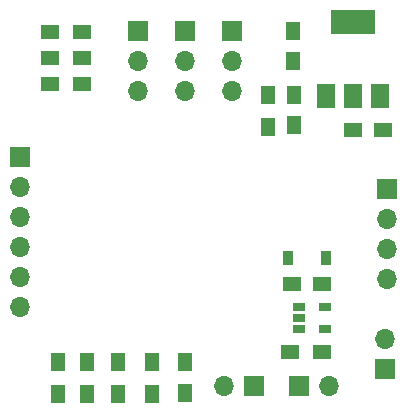
<source format=gbr>
G04 #@! TF.FileFunction,Soldermask,Bot*
%FSLAX46Y46*%
G04 Gerber Fmt 4.6, Leading zero omitted, Abs format (unit mm)*
G04 Created by KiCad (PCBNEW 4.0.7) date Tuesday, 24 April 2018 'PMt' 13:45:20*
%MOMM*%
%LPD*%
G01*
G04 APERTURE LIST*
%ADD10C,0.100000*%
%ADD11R,1.500000X1.300000*%
%ADD12R,1.250000X1.500000*%
%ADD13R,1.500000X1.250000*%
%ADD14R,0.910000X1.220000*%
%ADD15R,1.700000X1.700000*%
%ADD16O,1.700000X1.700000*%
%ADD17R,1.300000X1.500000*%
%ADD18R,1.060000X0.650000*%
%ADD19R,3.800000X2.000000*%
%ADD20R,1.500000X2.000000*%
G04 APERTURE END LIST*
D10*
D11*
X119550000Y-58000000D03*
X122250000Y-58000000D03*
D12*
X140200000Y-63400000D03*
X140200000Y-65900000D03*
X140100000Y-60450000D03*
X140100000Y-57950000D03*
D13*
X145250000Y-66300000D03*
X147750000Y-66300000D03*
X140075000Y-79400000D03*
X142575000Y-79400000D03*
D14*
X142945000Y-77130000D03*
X139675000Y-77130000D03*
D15*
X127000000Y-57920000D03*
D16*
X127000000Y-60460000D03*
X127000000Y-63000000D03*
D15*
X135000000Y-57920000D03*
D16*
X135000000Y-60460000D03*
X135000000Y-63000000D03*
D15*
X131000000Y-57920000D03*
D16*
X131000000Y-60460000D03*
X131000000Y-63000000D03*
D15*
X147900000Y-86600000D03*
D16*
X147900000Y-84060000D03*
D17*
X128200000Y-85975000D03*
X128200000Y-88675000D03*
X131025000Y-88625000D03*
X131025000Y-85925000D03*
X125300000Y-88700000D03*
X125300000Y-86000000D03*
X138000000Y-63400000D03*
X138000000Y-66100000D03*
D11*
X119550000Y-62400000D03*
X122250000Y-62400000D03*
D17*
X122700000Y-88700000D03*
X122700000Y-86000000D03*
D11*
X122250000Y-60200000D03*
X119550000Y-60200000D03*
X142625000Y-85150000D03*
X139925000Y-85150000D03*
D17*
X120250000Y-88700000D03*
X120250000Y-86000000D03*
D18*
X140650000Y-83200000D03*
X140650000Y-82250000D03*
X140650000Y-81300000D03*
X142850000Y-81300000D03*
X142850000Y-83200000D03*
D15*
X148100000Y-71300000D03*
D16*
X148100000Y-73840000D03*
X148100000Y-76380000D03*
X148100000Y-78920000D03*
D15*
X140660000Y-88000000D03*
D16*
X143200000Y-88000000D03*
D19*
X145200000Y-57150000D03*
D20*
X145200000Y-63450000D03*
X142900000Y-63450000D03*
X147500000Y-63450000D03*
D15*
X136800000Y-88000000D03*
D16*
X134260000Y-88000000D03*
D15*
X117000000Y-68580000D03*
D16*
X117000000Y-71120000D03*
X117000000Y-73660000D03*
X117000000Y-76200000D03*
X117000000Y-78740000D03*
X117000000Y-81280000D03*
M02*

</source>
